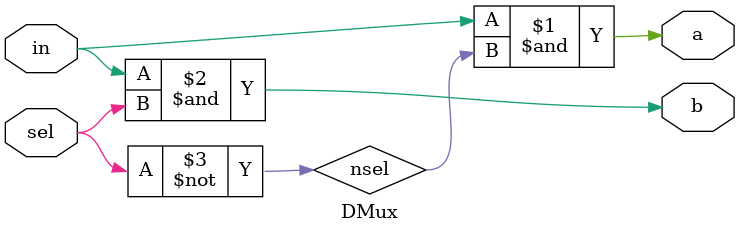
<source format=v>
module DMux(a, b, in, sel);

output a, b;
input in, sel;

wire nsel;

not(nsel, sel);
and(a, in, nsel);
and(b, in, sel);

endmodule

</source>
